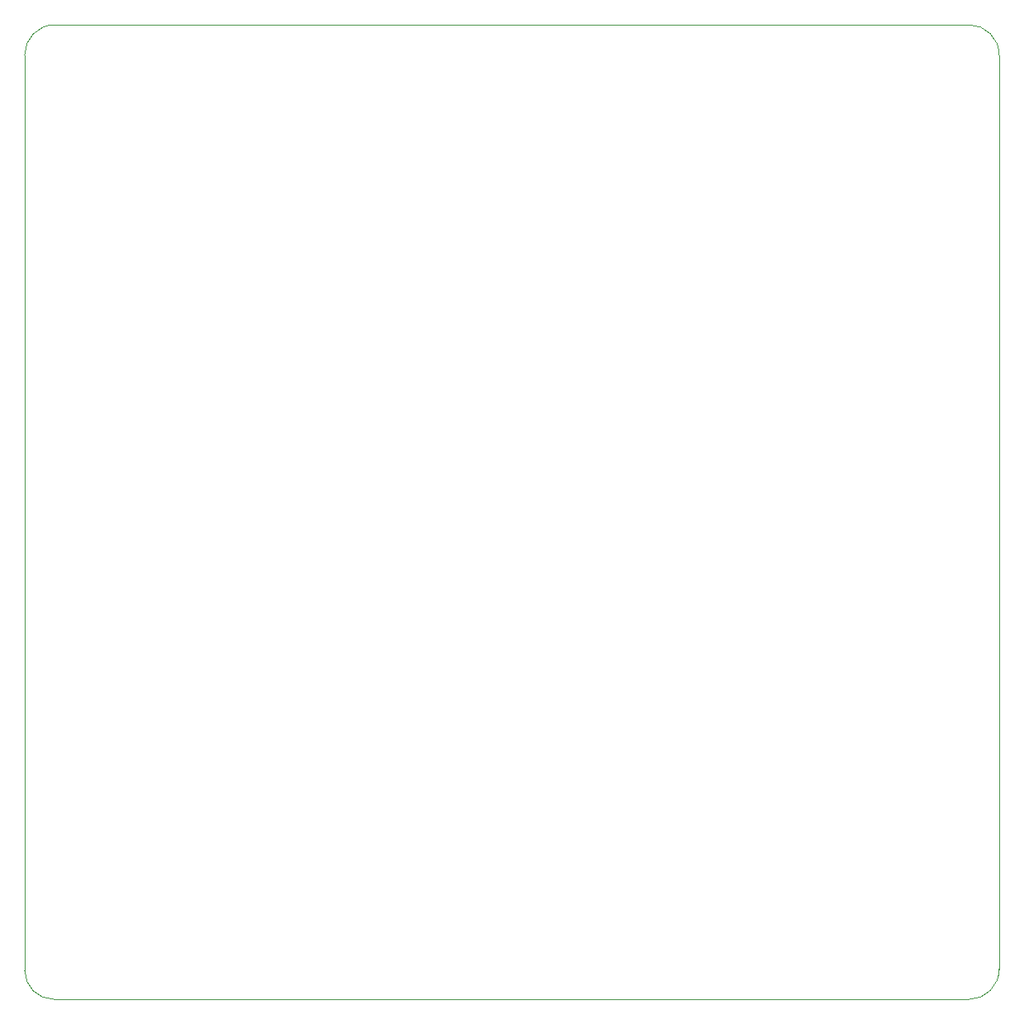
<source format=gbr>
%TF.GenerationSoftware,KiCad,Pcbnew,8.0.1*%
%TF.CreationDate,2024-08-08T15:56:45+10:00*%
%TF.ProjectId,banana17_main,62616e61-6e61-4313-975f-6d61696e2e6b,rev?*%
%TF.SameCoordinates,Original*%
%TF.FileFunction,Profile,NP*%
%FSLAX46Y46*%
G04 Gerber Fmt 4.6, Leading zero omitted, Abs format (unit mm)*
G04 Created by KiCad (PCBNEW 8.0.1) date 2024-08-08 15:56:45*
%MOMM*%
%LPD*%
G01*
G04 APERTURE LIST*
%TA.AperFunction,Profile*%
%ADD10C,0.050000*%
%TD*%
G04 APERTURE END LIST*
D10*
X95000000Y-56100000D02*
G75*
G02*
X98101264Y-52997400I3102600J0D01*
G01*
X98000000Y-153000000D02*
G75*
G02*
X95000000Y-150000000I0J3000000D01*
G01*
X98101264Y-52997360D02*
X191900000Y-53000000D01*
X195000000Y-149897360D02*
G75*
G02*
X191898736Y-153000000I-3102600J-40D01*
G01*
X95000000Y-150000000D02*
X95000000Y-56100000D01*
X98000000Y-153000000D02*
X191898736Y-153000000D01*
X191900000Y-53000000D02*
G75*
G02*
X195002600Y-56101264I0J-3102600D01*
G01*
X195002640Y-56101264D02*
X195000000Y-149897360D01*
M02*

</source>
